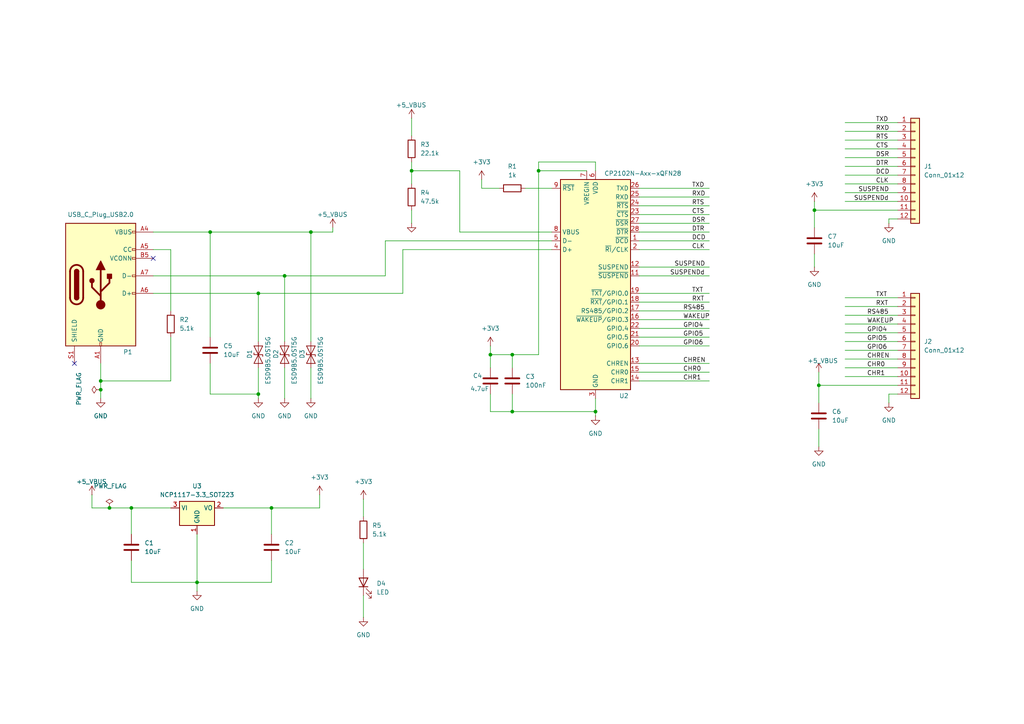
<source format=kicad_sch>
(kicad_sch (version 20231120) (generator "eeschema") (generator_version "8.0")
  (paper "A4")
  (title_block (title "USB-UART-CONN") (date "2024-09-18") (company "WINTERS"))
  (lib_symbols
    (symbol "Connector:USB_C_Plug_USB2.0" (pin_names (offset 1.016))
      (property "Reference" "P" (at -10.16 19.05 0))
      (property "Value" "USB_C_Plug_USB2.0" (at 12.7 19.05 0))
      (symbol "USB_C_Plug_USB2.0_0_0"
        (rectangle (start -0.254 -17.78) (end 0.254 -16.764))
        (rectangle (start 10.16 -2.286) (end 9.144 -2.794))
        (rectangle (start 10.16 2.794) (end 9.144 2.286))
        (rectangle (start 10.16 7.874) (end 9.144 7.366))
        (rectangle (start 10.16 10.414) (end 9.144 9.906))
        (rectangle (start 10.16 15.494) (end 9.144 14.986))
      )
      (symbol "USB_C_Plug_USB2.0_0_1"
        (rectangle (start -10.16 17.78) (end 10.16 -17.78) (stroke (width 0.254)) (fill (type background)))
        (arc (start -8.89 -3.81) (mid -6.985 -5.7067) (end -5.08 -3.81) (stroke (width 0.508)))
        (arc (start -7.62 -3.81) (mid -6.985 -4.4423) (end -6.35 -3.81) (stroke (width 0.254)))
        (arc (start -7.62 -3.81) (mid -6.985 -4.4423) (end -6.35 -3.81) (stroke (width 0.254)) (fill (type outline)))
        (rectangle (start -7.62 -3.81) (end -6.35 3.81) (stroke (width 0.254)) (fill (type outline)))
        (arc (start -6.35 3.81) (mid -6.985 4.4423) (end -7.62 3.81) (stroke (width 0.254)))
        (arc (start -6.35 3.81) (mid -6.985 4.4423) (end -7.62 3.81) (stroke (width 0.254)) (fill (type outline)))
        (arc (start -5.08 3.81) (mid -6.985 5.7067) (end -8.89 3.81) (stroke (width 0.508)))
        (circle (center -2.54 1.143) (radius 0.635) (stroke (width 0.254)) (fill (type outline)))
        (circle (center 0 -5.842) (radius 1.27) (fill (type outline)))
        (polyline (pts (xy -8.89 -3.81) (xy -8.89 3.81)) (stroke (width 0.508)))
        (polyline (pts (xy -5.08 3.81) (xy -5.08 -3.81)) (stroke (width 0.508)))
        (polyline (pts (xy 0 -5.842) (xy 0 4.318)) (stroke (width 0.508)))
        (polyline (pts (xy 0 -3.302) (xy -2.54 -0.762) (xy -2.54 0.508)) (stroke (width 0.508)))
        (polyline (pts (xy 0 -2.032) (xy 2.54 0.508) (xy 2.54 1.778)) (stroke (width 0.508)))
        (polyline (pts (xy -1.27 4.318) (xy 0 6.858) (xy 1.27 4.318) (xy -1.27 4.318)) (stroke (width 0.254)) (fill (type outline)))
        (rectangle (start 1.905 1.778) (end 3.175 3.048) (stroke (width 0.254)) (fill (type outline)))
      )
      (symbol "USB_C_Plug_USB2.0_1_1"
        (pin passive line (at 0 -22.86 90) (length 5.08) (name "GND") (number "A1"))
        (pin passive line (at 0 -22.86 90) (length 5.08) hide (name "GND") (number "A12"))
        (pin passive line (at 15.24 15.24 180) (length 5.08) (name "VBUS") (number "A4"))
        (pin bidirectional line (at 15.24 10.16 180) (length 5.08) (name "CC") (number "A5"))
        (pin bidirectional line (at 15.24 -2.54 180) (length 5.08) (name "D+") (number "A6"))
        (pin bidirectional line (at 15.24 2.54 180) (length 5.08) (name "D-") (number "A7"))
        (pin passive line (at 15.24 15.24 180) (length 5.08) hide (name "VBUS") (number "A9"))
        (pin passive line (at 0 -22.86 90) (length 5.08) hide (name "GND") (number "B1"))
        (pin passive line (at 0 -22.86 90) (length 5.08) hide (name "GND") (number "B12"))
        (pin passive line (at 15.24 15.24 180) (length 5.08) hide (name "VBUS") (number "B4"))
        (pin bidirectional line (at 15.24 7.62 180) (length 5.08) (name "VCONN") (number "B5"))
        (pin passive line (at 15.24 15.24 180) (length 5.08) hide (name "VBUS") (number "B9"))
        (pin passive line (at -7.62 -22.86 90) (length 5.08) (name "SHIELD") (number "S1"))
      )
    )
    (symbol "Connector_Generic:Conn_01x12" (pin_names (offset 1.016) hide)
      (property "Reference" "J" (at 0 15.24 0))
      (property "Value" "Conn_01x12" (at 0 -17.78 0))
      (symbol "Conn_01x12_1_1"
        (rectangle (start -1.27 -15.113) (end 0 -15.367) (stroke (width 0.1524)))
        (rectangle (start -1.27 -12.573) (end 0 -12.827) (stroke (width 0.1524)))
        (rectangle (start -1.27 -10.033) (end 0 -10.287) (stroke (width 0.1524)))
        (rectangle (start -1.27 -7.493) (end 0 -7.747) (stroke (width 0.1524)))
        (rectangle (start -1.27 -4.953) (end 0 -5.207) (stroke (width 0.1524)))
        (rectangle (start -1.27 -2.413) (end 0 -2.667) (stroke (width 0.1524)))
        (rectangle (start -1.27 0.127) (end 0 -0.127) (stroke (width 0.1524)))
        (rectangle (start -1.27 2.667) (end 0 2.413) (stroke (width 0.1524)))
        (rectangle (start -1.27 5.207) (end 0 4.953) (stroke (width 0.1524)))
        (rectangle (start -1.27 7.747) (end 0 7.493) (stroke (width 0.1524)))
        (rectangle (start -1.27 10.287) (end 0 10.033) (stroke (width 0.1524)))
        (rectangle (start -1.27 12.827) (end 0 12.573) (stroke (width 0.1524)))
        (rectangle (start -1.27 13.97) (end 1.27 -16.51) (stroke (width 0.254)) (fill (type background)))
        (pin passive line (at -5.08 12.7 0) (length 3.81) (name "Pin_1") (number "1"))
        (pin passive line (at -5.08 -10.16 0) (length 3.81) (name "Pin_10") (number "10"))
        (pin passive line (at -5.08 -12.7 0) (length 3.81) (name "Pin_11") (number "11"))
        (pin passive line (at -5.08 -15.24 0) (length 3.81) (name "Pin_12") (number "12"))
        (pin passive line (at -5.08 10.16 0) (length 3.81) (name "Pin_2") (number "2"))
        (pin passive line (at -5.08 7.62 0) (length 3.81) (name "Pin_3") (number "3"))
        (pin passive line (at -5.08 5.08 0) (length 3.81) (name "Pin_4") (number "4"))
        (pin passive line (at -5.08 2.54 0) (length 3.81) (name "Pin_5") (number "5"))
        (pin passive line (at -5.08 0 0) (length 3.81) (name "Pin_6") (number "6"))
        (pin passive line (at -5.08 -2.54 0) (length 3.81) (name "Pin_7") (number "7"))
        (pin passive line (at -5.08 -5.08 0) (length 3.81) (name "Pin_8") (number "8"))
        (pin passive line (at -5.08 -7.62 0) (length 3.81) (name "Pin_9") (number "9"))
      )
    )
    (symbol "Device:C" (pin_numbers hide) (pin_names (offset 0.254))
      (property "Reference" "C" (at 0.635 2.54 0))
      (property "Value" "C" (at 0.635 -2.54 0))
      (symbol "C_0_1"
        (polyline (pts (xy -2.032 -0.762) (xy 2.032 -0.762)) (stroke (width 0.508)))
        (polyline (pts (xy -2.032 0.762) (xy 2.032 0.762)) (stroke (width 0.508)))
      )
      (symbol "C_1_1"
        (pin passive line (at 0 3.81 270) (length 2.794) (name "~") (number "1"))
        (pin passive line (at 0 -3.81 90) (length 2.794) (name "~") (number "2"))
      )
    )
    (symbol "Device:LED" (pin_numbers hide) (pin_names (offset 1.016) hide)
      (property "Reference" "D" (at 0 2.54 0))
      (property "Value" "LED" (at 0 -2.54 0))
      (symbol "LED_0_1"
        (polyline (pts (xy -1.27 -1.27) (xy -1.27 1.27)) (stroke (width 0.254)))
        (polyline (pts (xy -1.27 0) (xy 1.27 0)))
        (polyline (pts (xy 1.27 -1.27) (xy 1.27 1.27) (xy -1.27 0) (xy 1.27 -1.27)) (stroke (width 0.254)))
        (polyline (pts (xy -3.048 -0.762) (xy -4.572 -2.286) (xy -3.81 -2.286) (xy -4.572 -2.286) (xy -4.572 -1.524)))
        (polyline (pts (xy -1.778 -0.762) (xy -3.302 -2.286) (xy -2.54 -2.286) (xy -3.302 -2.286) (xy -3.302 -1.524)))
      )
      (symbol "LED_1_1"
        (pin passive line (at -3.81 0 0) (length 2.54) (name "K") (number "1"))
        (pin passive line (at 3.81 0 180) (length 2.54) (name "A") (number "2"))
      )
    )
    (symbol "Device:R" (pin_numbers hide) (pin_names (offset 0))
      (property "Reference" "R" (at 2.032 0 90))
      (property "Value" "R" (at 0 0 90))
      (symbol "R_0_1"
        (rectangle (start -1.016 -2.54) (end 1.016 2.54) (stroke (width 0.254)))
      )
      (symbol "R_1_1"
        (pin passive line (at 0 3.81 270) (length 1.27) (name "~") (number "1"))
        (pin passive line (at 0 -3.81 90) (length 1.27) (name "~") (number "2"))
      )
    )
    (symbol "Diode:ESD9B5.0ST5G" (pin_numbers hide) (pin_names (offset 1.016) hide)
      (property "Reference" "D" (at 0 2.54 0))
      (property "Value" "ESD9B5.0ST5G" (at 0 -2.54 0))
      (symbol "ESD9B5.0ST5G_0_1"
        (polyline (pts (xy 1.27 0) (xy -1.27 0)))
        (polyline (pts (xy -2.54 -1.27) (xy 0 0) (xy -2.54 1.27) (xy -2.54 -1.27)) (stroke (width 0.2032)))
        (polyline (pts (xy 0.508 1.27) (xy 0 1.27) (xy 0 -1.27) (xy -0.508 -1.27)) (stroke (width 0.2032)))
        (polyline (pts (xy 2.54 1.27) (xy 2.54 -1.27) (xy 0 0) (xy 2.54 1.27)) (stroke (width 0.2032)))
      )
      (symbol "ESD9B5.0ST5G_1_1"
        (pin passive line (at -3.81 0 0) (length 2.54) (name "A1") (number "1"))
        (pin passive line (at 3.81 0 180) (length 2.54) (name "A2") (number "2"))
      )
    )
    (symbol "Interface_USB:CP2102N-Axx-xQFN28"
      (property "Reference" "U" (at -8.89 31.75 0))
      (property "Value" "CP2102N-Axx-xQFN28" (at 12.7 31.75 0))
      (symbol "CP2102N-Axx-xQFN28_0_1"
        (rectangle (start -10.16 30.48) (end 10.16 -30.48) (stroke (width 0.254)) (fill (type background)))
      )
      (symbol "CP2102N-Axx-xQFN28_1_1"
        (pin input line (at 12.7 12.7 180) (length 2.54) (name "~{DCD}") (number "1"))
        (pin no_connect line (at -10.16 -27.94 0) (length 2.54) hide (name "NC") (number "10"))
        (pin output line (at 12.7 2.54 180) (length 2.54) (name "~{SUSPEND}") (number "11"))
        (pin output line (at 12.7 5.08 180) (length 2.54) (name "SUSPEND") (number "12"))
        (pin output line (at 12.7 -22.86 180) (length 2.54) (name "CHREN") (number "13"))
        (pin output line (at 12.7 -27.94 180) (length 2.54) (name "CHR1") (number "14"))
        (pin output line (at 12.7 -25.4 180) (length 2.54) (name "CHR0") (number "15"))
        (pin bidirectional line (at 12.7 -10.16 180) (length 2.54) (name "~{WAKEUP}/GPIO.3") (number "16"))
        (pin bidirectional line (at 12.7 -7.62 180) (length 2.54) (name "RS485/GPIO.2") (number "17"))
        (pin bidirectional line (at 12.7 -5.08 180) (length 2.54) (name "~{RXT}/GPIO.1") (number "18"))
        (pin bidirectional line (at 12.7 -2.54 180) (length 2.54) (name "~{TXT}/GPIO.0") (number "19"))
        (pin bidirectional line (at 12.7 10.16 180) (length 2.54) (name "~{RI}/CLK") (number "2"))
        (pin bidirectional line (at 12.7 -17.78 180) (length 2.54) (name "GPIO.6") (number "20"))
        (pin bidirectional line (at 12.7 -15.24 180) (length 2.54) (name "GPIO.5") (number "21"))
        (pin bidirectional line (at 12.7 -12.7 180) (length 2.54) (name "GPIO.4") (number "22"))
        (pin input line (at 12.7 20.32 180) (length 2.54) (name "~{CTS}") (number "23"))
        (pin output line (at 12.7 22.86 180) (length 2.54) (name "~{RTS}") (number "24"))
        (pin input line (at 12.7 25.4 180) (length 2.54) (name "RXD") (number "25"))
        (pin output line (at 12.7 27.94 180) (length 2.54) (name "TXD") (number "26"))
        (pin input line (at 12.7 17.78 180) (length 2.54) (name "~{DSR}") (number "27"))
        (pin output line (at 12.7 15.24 180) (length 2.54) (name "~{DTR}") (number "28"))
        (pin passive line (at 0 -33.02 90) (length 2.54) hide (name "GND") (number "29"))
        (pin power_in line (at 0 -33.02 90) (length 2.54) (name "GND") (number "3"))
        (pin bidirectional line (at -12.7 10.16 0) (length 2.54) (name "D+") (number "4"))
        (pin bidirectional line (at -12.7 12.7 0) (length 2.54) (name "D-") (number "5"))
        (pin power_in line (at 0 33.02 270) (length 2.54) (name "VDD") (number "6"))
        (pin power_in line (at -2.54 33.02 270) (length 2.54) (name "VREGIN") (number "7"))
        (pin input line (at -12.7 15.24 0) (length 2.54) (name "VBUS") (number "8"))
        (pin input line (at -12.7 27.94 0) (length 2.54) (name "~{RST}") (number "9"))
      )
    )
    (symbol "Regulator_Linear:NCP1117-3.3_SOT223"
      (property "Reference" "U" (at -3.81 3.175 0))
      (property "Value" "NCP1117-3.3_SOT223" (at 0 3.175 0))
      (symbol "NCP1117-3.3_SOT223_0_1"
        (rectangle (start -5.08 -5.08) (end 5.08 1.905) (stroke (width 0.254)) (fill (type background)))
      )
      (symbol "NCP1117-3.3_SOT223_1_1"
        (pin power_in line (at 0 -7.62 90) (length 2.54) (name "GND") (number "1"))
        (pin power_out line (at 7.62 0 180) (length 2.54) (name "VO") (number "2"))
        (pin power_in line (at -7.62 0 0) (length 2.54) (name "VI") (number "3"))
      )
    )
    (symbol "power:+3V3" (power) (pin_numbers hide) (pin_names (offset 0) hide)
      (property "Value" "+3V3" (at 0 3.556 0))
      (symbol "+3V3_0_1"
        (polyline (pts (xy -0.762 1.27) (xy 0 2.54)))
        (polyline (pts (xy 0 0) (xy 0 2.54)))
        (polyline (pts (xy 0 2.54) (xy 0.762 1.27)))
      )
      (symbol "+3V3_1_1"
        (pin power_in line (at 0 0 90) (length 0) (name "~") (number "1"))
      )
    )
    (symbol "power:+5V" (power) (pin_numbers hide) (pin_names (offset 0) hide)
      (property "Value" "+5V" (at 0 3.556 0))
      (symbol "+5V_0_1"
        (polyline (pts (xy -0.762 1.27) (xy 0 2.54)))
        (polyline (pts (xy 0 0) (xy 0 2.54)))
        (polyline (pts (xy 0 2.54) (xy 0.762 1.27)))
      )
      (symbol "+5V_1_1"
        (pin power_in line (at 0 0 90) (length 0) (name "~") (number "1"))
      )
    )
    (symbol "power:GND" (power) (pin_numbers hide) (pin_names (offset 0) hide)
      (property "Value" "GND" (at 0 -3.81 0))
      (symbol "GND_0_1"
        (polyline (pts (xy 0 0) (xy 0 -1.27) (xy 1.27 -1.27) (xy 0 -2.54) (xy -1.27 -1.27) (xy 0 -1.27)))
      )
      (symbol "GND_1_1"
        (pin power_in line (at 0 0 270) (length 0) (name "~") (number "1"))
      )
    )
    (symbol "power:PWR_FLAG" (power) (pin_numbers hide) (pin_names (offset 0) hide)
      (property "Value" "PWR_FLAG" (at 0 3.81 0))
      (symbol "PWR_FLAG_0_0"
        (pin power_out line (at 0 0 90) (length 0) (name "~") (number "1"))
      )
      (symbol "PWR_FLAG_0_1"
        (polyline (pts (xy 0 0) (xy 0 1.27) (xy -1.016 1.905) (xy 0 2.54) (xy 1.016 1.905) (xy 0 1.27)))
      )
    )
  )
  (junction (at 74.93 114.3))
  (junction (at 148.59 102.87))
  (junction (at 90.17 67.31))
  (junction (at 29.21 113.03))
  (junction (at 57.15 168.91))
  (junction (at 236.22 60.96))
  (junction (at 156.21 49.53))
  (junction (at 172.72 119.38))
  (junction (at 60.96 67.31))
  (junction (at 119.38 49.53))
  (junction (at 74.93 85.09))
  (junction (at 142.24 102.87))
  (junction (at 82.55 80.01))
  (junction (at 78.74 147.32))
  (junction (at 29.21 110.49))
  (junction (at 148.59 119.38))
  (junction (at 31.75 147.32))
  (junction (at 38.1 147.32))
  (junction (at 237.49 111.76))
  (no_connect (at 44.45 74.93))
  (no_connect (at 21.59 105.41))
  (wire (pts (xy 245.11 55.88) (xy 260.35 55.88)))
  (wire (pts (xy 245.11 40.64) (xy 260.35 40.64)))
  (wire (pts (xy 245.11 86.36) (xy 260.35 86.36)))
  (wire (pts (xy 44.45 72.39) (xy 49.53 72.39)))
  (wire (pts (xy 245.11 53.34) (xy 260.35 53.34)))
  (wire (pts (xy 111.76 69.85) (xy 160.02 69.85)))
  (wire (pts (xy 78.74 147.32) (xy 78.74 154.94)))
  (wire (pts (xy 245.11 58.42) (xy 260.35 58.42)))
  (wire (pts (xy 105.41 172.72) (xy 105.41 179.07)))
  (wire (pts (xy 160.02 67.31) (xy 133.35 67.31)))
  (wire (pts (xy 245.11 35.56) (xy 260.35 35.56)))
  (wire (pts (xy 111.76 80.01) (xy 111.76 69.85)))
  (wire (pts (xy 185.42 107.95) (xy 205.74 107.95)))
  (wire (pts (xy 245.11 106.68) (xy 260.35 106.68)))
  (wire (pts (xy 119.38 34.29) (xy 119.38 39.37)))
  (wire (pts (xy 82.55 80.01) (xy 111.76 80.01)))
  (wire (pts (xy 185.42 80.01) (xy 205.74 80.01)))
  (wire (pts (xy 133.35 49.53) (xy 119.38 49.53)))
  (wire (pts (xy 260.35 60.96) (xy 236.22 60.96)))
  (wire (pts (xy 49.53 72.39) (xy 49.53 90.17)))
  (wire (pts (xy 38.1 168.91) (xy 57.15 168.91)))
  (wire (pts (xy 260.35 63.5) (xy 257.81 63.5)))
  (wire (pts (xy 105.41 144.78) (xy 105.41 149.86)))
  (wire (pts (xy 156.21 49.53) (xy 156.21 102.87)))
  (wire (pts (xy 257.81 114.3) (xy 257.81 116.84)))
  (wire (pts (xy 236.22 58.42) (xy 236.22 60.96)))
  (wire (pts (xy 245.11 91.44) (xy 260.35 91.44)))
  (wire (pts (xy 185.42 85.09) (xy 205.74 85.09)))
  (wire (pts (xy 139.7 52.07) (xy 139.7 54.61)))
  (wire (pts (xy 82.55 106.68) (xy 82.55 115.57)))
  (wire (pts (xy 29.21 105.41) (xy 29.21 110.49)))
  (wire (pts (xy 64.77 147.32) (xy 78.74 147.32)))
  (wire (pts (xy 245.11 101.6) (xy 260.35 101.6)))
  (wire (pts (xy 105.41 157.48) (xy 105.41 165.1)))
  (wire (pts (xy 116.84 85.09) (xy 116.84 72.39)))
  (wire (pts (xy 74.93 114.3) (xy 74.93 115.57)))
  (wire (pts (xy 237.49 111.76) (xy 237.49 116.84)))
  (wire (pts (xy 82.55 80.01) (xy 82.55 99.06)))
  (wire (pts (xy 185.42 62.23) (xy 205.74 62.23)))
  (wire (pts (xy 245.11 109.22) (xy 260.35 109.22)))
  (wire (pts (xy 185.42 57.15) (xy 205.74 57.15)))
  (wire (pts (xy 142.24 100.33) (xy 142.24 102.87)))
  (wire (pts (xy 236.22 73.66) (xy 236.22 77.47)))
  (wire (pts (xy 139.7 54.61) (xy 144.78 54.61)))
  (wire (pts (xy 60.96 67.31) (xy 60.96 97.79)))
  (wire (pts (xy 142.24 119.38) (xy 148.59 119.38)))
  (wire (pts (xy 172.72 46.99) (xy 156.21 46.99)))
  (wire (pts (xy 44.45 67.31) (xy 60.96 67.31)))
  (wire (pts (xy 148.59 102.87) (xy 148.59 106.68)))
  (wire (pts (xy 185.42 54.61) (xy 205.74 54.61)))
  (wire (pts (xy 185.42 110.49) (xy 205.74 110.49)))
  (wire (pts (xy 29.21 110.49) (xy 29.21 113.03)))
  (wire (pts (xy 57.15 154.94) (xy 57.15 168.91)))
  (wire (pts (xy 257.81 63.5) (xy 257.81 64.77)))
  (wire (pts (xy 29.21 113.03) (xy 29.21 115.57)))
  (wire (pts (xy 142.24 102.87) (xy 142.24 106.68)))
  (wire (pts (xy 60.96 67.31) (xy 90.17 67.31)))
  (wire (pts (xy 245.11 96.52) (xy 260.35 96.52)))
  (wire (pts (xy 49.53 147.32) (xy 38.1 147.32)))
  (wire (pts (xy 172.72 119.38) (xy 172.72 120.65)))
  (wire (pts (xy 185.42 105.41) (xy 205.74 105.41)))
  (wire (pts (xy 156.21 49.53) (xy 170.18 49.53)))
  (wire (pts (xy 185.42 59.69) (xy 205.74 59.69)))
  (wire (pts (xy 237.49 107.95) (xy 237.49 111.76)))
  (wire (pts (xy 57.15 168.91) (xy 57.15 171.45)))
  (wire (pts (xy 185.42 77.47) (xy 205.74 77.47)))
  (wire (pts (xy 185.42 92.71) (xy 205.74 92.71)))
  (wire (pts (xy 236.22 60.96) (xy 236.22 66.04)))
  (wire (pts (xy 96.52 66.04) (xy 96.52 67.31)))
  (wire (pts (xy 78.74 147.32) (xy 92.71 147.32)))
  (wire (pts (xy 245.11 38.1) (xy 260.35 38.1)))
  (wire (pts (xy 90.17 67.31) (xy 96.52 67.31)))
  (wire (pts (xy 245.11 99.06) (xy 260.35 99.06)))
  (wire (pts (xy 74.93 85.09) (xy 74.93 99.06)))
  (wire (pts (xy 74.93 106.68) (xy 74.93 114.3)))
  (wire (pts (xy 38.1 162.56) (xy 38.1 168.91)))
  (wire (pts (xy 44.45 85.09) (xy 74.93 85.09)))
  (wire (pts (xy 31.75 147.32) (xy 38.1 147.32)))
  (wire (pts (xy 185.42 69.85) (xy 205.74 69.85)))
  (wire (pts (xy 185.42 72.39) (xy 205.74 72.39)))
  (wire (pts (xy 78.74 162.56) (xy 78.74 168.91)))
  (wire (pts (xy 260.35 114.3) (xy 257.81 114.3)))
  (wire (pts (xy 142.24 102.87) (xy 148.59 102.87)))
  (wire (pts (xy 185.42 64.77) (xy 205.74 64.77)))
  (wire (pts (xy 142.24 114.3) (xy 142.24 119.38)))
  (wire (pts (xy 92.71 143.51) (xy 92.71 147.32)))
  (wire (pts (xy 245.11 43.18) (xy 260.35 43.18)))
  (wire (pts (xy 26.67 147.32) (xy 26.67 143.51)))
  (wire (pts (xy 148.59 114.3) (xy 148.59 119.38)))
  (wire (pts (xy 90.17 67.31) (xy 90.17 99.06)))
  (wire (pts (xy 185.42 97.79) (xy 205.74 97.79)))
  (wire (pts (xy 119.38 46.99) (xy 119.38 49.53)))
  (wire (pts (xy 78.74 168.91) (xy 57.15 168.91)))
  (wire (pts (xy 245.11 50.8) (xy 260.35 50.8)))
  (wire (pts (xy 245.11 88.9) (xy 260.35 88.9)))
  (wire (pts (xy 172.72 115.57) (xy 172.72 119.38)))
  (wire (pts (xy 260.35 111.76) (xy 237.49 111.76)))
  (wire (pts (xy 185.42 100.33) (xy 205.74 100.33)))
  (wire (pts (xy 148.59 102.87) (xy 156.21 102.87)))
  (wire (pts (xy 49.53 110.49) (xy 29.21 110.49)))
  (wire (pts (xy 148.59 119.38) (xy 172.72 119.38)))
  (wire (pts (xy 26.67 147.32) (xy 31.75 147.32)))
  (wire (pts (xy 90.17 106.68) (xy 90.17 115.57)))
  (wire (pts (xy 60.96 114.3) (xy 74.93 114.3)))
  (wire (pts (xy 119.38 60.96) (xy 119.38 64.77)))
  (wire (pts (xy 185.42 95.25) (xy 205.74 95.25)))
  (wire (pts (xy 74.93 85.09) (xy 116.84 85.09)))
  (wire (pts (xy 119.38 49.53) (xy 119.38 53.34)))
  (wire (pts (xy 133.35 67.31) (xy 133.35 49.53)))
  (wire (pts (xy 245.11 45.72) (xy 260.35 45.72)))
  (wire (pts (xy 156.21 46.99) (xy 156.21 49.53)))
  (wire (pts (xy 245.11 104.14) (xy 260.35 104.14)))
  (wire (pts (xy 185.42 67.31) (xy 205.74 67.31)))
  (wire (pts (xy 49.53 97.79) (xy 49.53 110.49)))
  (wire (pts (xy 44.45 80.01) (xy 82.55 80.01)))
  (wire (pts (xy 245.11 48.26) (xy 260.35 48.26)))
  (wire (pts (xy 185.42 90.17) (xy 205.74 90.17)))
  (wire (pts (xy 172.72 49.53) (xy 172.72 46.99)))
  (wire (pts (xy 245.11 93.98) (xy 260.35 93.98)))
  (wire (pts (xy 237.49 124.46) (xy 237.49 129.54)))
  (wire (pts (xy 152.4 54.61) (xy 160.02 54.61)))
  (wire (pts (xy 116.84 72.39) (xy 160.02 72.39)))
  (wire (pts (xy 60.96 105.41) (xy 60.96 114.3)))
  (wire (pts (xy 185.42 87.63) (xy 205.74 87.63)))
  (wire (pts (xy 38.1 147.32) (xy 38.1 154.94)))
  (label "RXD" (at 200.66 57.15 0))
  (label "CHR0" (at 251.46 106.68 0))
  (label "SUSPENDd" (at 247.65 58.42 0))
  (label "CHREN" (at 251.46 104.14 0))
  (label "TXT" (at 254 86.36 0))
  (label "CLK" (at 200.66 72.39 0))
  (label "GPIO4" (at 198.12 95.25 0))
  (label "CHR1" (at 198.12 110.49 0))
  (label "RXT" (at 200.66 87.63 0))
  (label "WAKEUP" (at 251.46 93.98 0))
  (label "CHR1" (at 251.46 109.22 0))
  (label "TXD" (at 254 35.56 0))
  (label "SUSPEND" (at 248.92 55.88 0))
  (label "RS485" (at 198.12 90.17 0))
  (label "CLK" (at 254 53.34 0))
  (label "SUSPEND" (at 195.58 77.47 0))
  (label "DTR" (at 254 48.26 0))
  (label "SUSPENDd" (at 194.31 80.01 0))
  (label "RTS" (at 254 40.64 0))
  (label "DTR" (at 200.66 67.31 0))
  (label "DCD" (at 254 50.8 0))
  (label "RTS" (at 200.66 59.69 0))
  (label "RS485" (at 251.46 91.44 0))
  (label "DSR" (at 200.66 64.77 0))
  (label "GPIO6" (at 251.46 101.6 0))
  (label "RXT" (at 254 88.9 0))
  (label "CHREN" (at 198.12 105.41 0))
  (label "CTS" (at 254 43.18 0))
  (label "TXT" (at 200.66 85.09 0))
  (label "DCD" (at 200.66 69.85 0))
  (label "GPIO4" (at 251.46 96.52 0))
  (label "DSR" (at 254 45.72 0))
  (label "TXD" (at 200.66 54.61 0))
  (label "CHR0" (at 198.12 107.95 0))
  (label "GPIO5" (at 251.46 99.06 0))
  (label "GPIO6" (at 198.12 100.33 0))
  (label "RXD" (at 254 38.1 0))
  (label "WAKEUP" (at 198.12 92.71 0))
  (label "CTS" (at 200.66 62.23 0))
  (label "GPIO5" (at 198.12 97.79 0))
  (symbol (lib_id "Connector_Generic:Conn_01x12") (at 265.43 99.06 0) (unit 1)
    (property "Reference" "J2" (at 267.97 99.0599 0) (effects (justify left)))
    (property "Value" "Conn_01x12" (at 267.97 101.5999 0) (effects (justify left)))
    (property "Footprint" "Connector_PinHeader_1.00mm:PinHeader_1x12_P1.00mm_Vertical" (effects (hide yes)))
    (property "Description" "Generic connector, single row, 01x12, script generated (kicad-library-utils/schlib/autogen/connector/)" (effects (hide yes)))
  )
  (symbol (lib_id "power:+5V") (at 26.67 143.51 0) (unit 1)
    (property "Reference" "#PWR04" (effects (hide yes)))
    (property "Value" "+5_VBUS" (at 22.098 139.7 0) (effects (justify left)))
    (property "Description" "Power symbol creates a global label with name \"+5V\"" (effects (hide yes)))
  )
  (symbol (lib_id "power:+3V3") (at 236.22 58.42 0) (unit 1)
    (property "Reference" "#PWR019" (effects (hide yes)))
    (property "Value" "+3V3" (at 236.22 53.34 0))
    (property "Description" "Power symbol creates a global label with name \"+3V3\"" (effects (hide yes)))
  )
  (symbol (lib_id "power:GND") (at 90.17 115.57 0) (unit 1)
    (property "Reference" "#PWR011" (effects (hide yes)))
    (property "Value" "GND" (at 90.17 120.65 0))
    (property "Description" "Power symbol creates a global label with name \"GND\" , ground" (effects (hide yes)))
  )
  (symbol (lib_id "Device:R") (at 105.41 153.67 180) (unit 1)
    (property "Reference" "R5" (at 107.95 152.3999 0) (effects (justify right)))
    (property "Value" "5.1k" (at 107.95 154.9399 0) (effects (justify right)))
    (property "Footprint" "Resistor_SMD:R_0603_1608Metric" (effects (hide yes)))
    (property "Description" "Resistor" (effects (hide yes)))
  )
  (symbol (lib_id "Connector_Generic:Conn_01x12") (at 265.43 48.26 0) (unit 1)
    (property "Reference" "J1" (at 267.97 48.2599 0) (effects (justify left)))
    (property "Value" "Conn_01x12" (at 267.97 50.7999 0) (effects (justify left)))
    (property "Footprint" "Connector_PinHeader_1.00mm:PinHeader_1x12_P1.00mm_Vertical" (effects (hide yes)))
    (property "Description" "Generic connector, single row, 01x12, script generated (kicad-library-utils/schlib/autogen/connector/)" (effects (hide yes)))
  )
  (symbol (lib_id "power:+5V") (at 96.52 66.04 0) (unit 1)
    (property "Reference" "#PWR021" (effects (hide yes)))
    (property "Value" "+5_VBUS" (at 91.948 62.23 0) (effects (justify left)))
    (property "Description" "Power symbol creates a global label with name \"+5V\"" (effects (hide yes)))
  )
  (symbol (lib_id "power:GND") (at 119.38 64.77 0) (unit 1)
    (property "Reference" "#PWR012" (effects (hide yes)))
    (property "Value" "GND" (effects (hide yes)))
    (property "Description" "Power symbol creates a global label with name \"GND\" , ground" (effects (hide yes)))
  )
  (symbol (lib_id "Interface_USB:CP2102N-Axx-xQFN28") (at 172.72 82.55 0) (unit 1)
    (property "Reference" "U2" (at 179.578 114.808 0) (effects (justify left)))
    (property "Value" "CP2102N-Axx-xQFN28" (at 175.26 50.292 0) (effects (justify left)))
    (property "Footprint" "Package_DFN_QFN:QFN-28-1EP_5x5mm_P0.5mm_EP3.35x3.35mm" (effects (hide yes)))
    (property "Datasheet" "https://www.silabs.com/documents/public/data-sheets/cp2102n-datasheet.pdf" (effects (hide yes)))
    (property "Description" "USB to UART master bridge, QFN-28" (effects (hide yes)))
  )
  (symbol (lib_id "Connector:USB_C_Plug_USB2.0") (at 29.21 82.55 0) (unit 1)
    (property "Reference" "P1" (at 37.084 102.108 0))
    (property "Value" "USB_C_Plug_USB2.0" (at 29.21 62.23 0))
    (property "Datasheet" "https://www.usb.org/sites/default/files/documents/usb_type-c.zip" (effects (hide yes)))
    (property "Description" "USB 2.0-only Type-C Plug connector" (effects (hide yes)))
  )
  (symbol (lib_id "Device:R") (at 148.59 54.61 90) (unit 1)
    (property "Reference" "R1" (at 148.59 48.26 90))
    (property "Value" "1k" (at 148.59 50.8 90))
    (property "Footprint" "Resistor_SMD:R_0603_1608Metric" (effects (hide yes)))
    (property "Description" "Resistor" (effects (hide yes)))
  )
  (symbol (lib_id "power:GND") (at 105.41 179.07 0) (unit 1)
    (property "Reference" "#PWR015" (effects (hide yes)))
    (property "Value" "GND" (at 105.41 184.15 0))
    (property "Description" "Power symbol creates a global label with name \"GND\" , ground" (effects (hide yes)))
  )
  (symbol (lib_id "Device:R") (at 49.53 93.98 180) (unit 1)
    (property "Reference" "R2" (at 52.07 92.7099 0) (effects (justify right)))
    (property "Value" "5.1k" (at 52.07 95.2499 0) (effects (justify right)))
    (property "Footprint" "Resistor_SMD:R_0603_1608Metric" (effects (hide yes)))
    (property "Description" "Resistor" (effects (hide yes)))
  )
  (symbol (lib_id "power:+3V3") (at 105.41 144.78 0) (unit 1)
    (property "Reference" "#PWR014" (effects (hide yes)))
    (property "Value" "+3V3" (at 105.41 139.7 0))
    (property "Description" "Power symbol creates a global label with name \"+3V3\"" (effects (hide yes)))
  )
  (symbol (lib_id "Device:C") (at 60.96 101.6 0) (unit 1)
    (property "Reference" "C5" (at 64.77 100.3299 0) (effects (justify left)))
    (property "Value" "10uF" (at 64.77 102.8699 0) (effects (justify left)))
    (property "Footprint" "Capacitor_SMD:C_0603_1608Metric" (effects (hide yes)))
    (property "Description" "Unpolarized capacitor" (effects (hide yes)))
  )
  (symbol (lib_id "Diode:ESD9B5.0ST5G") (at 90.17 102.87 90) (unit 1)
    (property "Reference" "D3" (at 87.63 101.346 0) (effects (justify right)))
    (property "Value" "ESD9B5.0ST5G" (at 92.964 97.536 0) (effects (justify right)))
    (property "Footprint" "Diode_SMD:D_SOD-923" (effects (hide yes)))
    (property "Datasheet" "https://www.onsemi.com/pub/Collateral/ESD9B-D.PDF" (effects (hide yes)))
    (property "Description" "ESD protection diode, 5.0Vrwm, SOD-923" (effects (hide yes)))
  )
  (symbol (lib_id "power:+5V") (at 119.38 34.29 0) (unit 1)
    (property "Reference" "#PWR020" (effects (hide yes)))
    (property "Value" "+5_VBUS" (at 114.808 30.48 0) (effects (justify left)))
    (property "Description" "Power symbol creates a global label with name \"+5V\"" (effects (hide yes)))
  )
  (symbol (lib_id "power:GND") (at 257.81 64.77 0) (unit 1)
    (property "Reference" "#PWR06" (effects (hide yes)))
    (property "Value" "GND" (at 257.81 69.85 0))
    (property "Description" "Power symbol creates a global label with name \"GND\" , ground" (effects (hide yes)))
  )
  (symbol (lib_id "power:GND") (at 172.72 120.65 0) (unit 1)
    (property "Reference" "#PWR05" (effects (hide yes)))
    (property "Value" "GND" (at 172.72 125.73 0))
    (property "Description" "Power symbol creates a global label with name \"GND\" , ground" (effects (hide yes)))
  )
  (symbol (lib_id "power:GND") (at 82.55 115.57 0) (unit 1)
    (property "Reference" "#PWR010" (effects (hide yes)))
    (property "Value" "GND" (at 82.55 120.65 0))
    (property "Description" "Power symbol creates a global label with name \"GND\" , ground" (effects (hide yes)))
  )
  (symbol (lib_id "Diode:ESD9B5.0ST5G") (at 82.55 102.87 90) (unit 1)
    (property "Reference" "D2" (at 80.01 101.346 0) (effects (justify right)))
    (property "Value" "ESD9B5.0ST5G" (at 85.344 97.536 0) (effects (justify right)))
    (property "Footprint" "Diode_SMD:D_SOD-923" (effects (hide yes)))
    (property "Datasheet" "https://www.onsemi.com/pub/Collateral/ESD9B-D.PDF" (effects (hide yes)))
    (property "Description" "ESD protection diode, 5.0Vrwm, SOD-923" (effects (hide yes)))
  )
  (symbol (lib_id "Device:LED") (at 105.41 168.91 90) (unit 1)
    (property "Reference" "D4" (at 109.22 169.2274 90) (effects (justify right)))
    (property "Value" "LED" (at 109.22 171.7674 90) (effects (justify right)))
    (property "Footprint" "LED_SMD:LED_0603_1608Metric" (effects (hide yes)))
    (property "Description" "Light emitting diode" (effects (hide yes)))
  )
  (symbol (lib_id "Device:C") (at 148.59 110.49 0) (unit 1)
    (property "Reference" "C3" (at 152.4 109.2199 0) (effects (justify left)))
    (property "Value" "100nF" (at 152.4 111.7599 0) (effects (justify left)))
    (property "Footprint" "Capacitor_SMD:C_0603_1608Metric" (effects (hide yes)))
    (property "Description" "Unpolarized capacitor" (effects (hide yes)))
  )
  (symbol (lib_id "power:+5V") (at 237.49 107.95 0) (unit 1)
    (property "Reference" "#PWR018" (effects (hide yes)))
    (property "Value" "+5_VBUS" (at 234.188 104.648 0) (effects (justify left)))
    (property "Description" "Power symbol creates a global label with name \"+5V\"" (effects (hide yes)))
  )
  (symbol (lib_id "power:+5V") (at 139.7 52.07 0) (unit 1)
    (property "Reference" "#PWR02" (effects (hide yes)))
    (property "Value" "+3V3" (at 139.7 46.99 0))
    (property "Description" "Power symbol creates a global label with name \"+5V\"" (effects (hide yes)))
  )
  (symbol (lib_id "power:GND") (at 237.49 129.54 0) (unit 1)
    (property "Reference" "#PWR017" (effects (hide yes)))
    (property "Value" "GND" (at 237.49 134.62 0))
    (property "Description" "Power symbol creates a global label with name \"GND\" , ground" (effects (hide yes)))
  )
  (symbol (lib_id "Device:C") (at 78.74 158.75 0) (unit 1)
    (property "Reference" "C2" (at 82.55 157.4799 0) (effects (justify left)))
    (property "Value" "10uF" (at 82.55 160.0199 0) (effects (justify left)))
    (property "Footprint" "Capacitor_SMD:C_0201_0603Metric" (effects (hide yes)))
    (property "Description" "Unpolarized capacitor" (effects (hide yes)))
  )
  (symbol (lib_id "power:GND") (at 57.15 171.45 0) (unit 1)
    (property "Reference" "#PWR03" (effects (hide yes)))
    (property "Value" "GND" (at 57.15 176.53 0))
    (property "Description" "Power symbol creates a global label with name \"GND\" , ground" (effects (hide yes)))
  )
  (symbol (lib_id "Device:C") (at 236.22 69.85 0) (unit 1)
    (property "Reference" "C7" (at 240.03 68.5799 0) (effects (justify left)))
    (property "Value" "10uF" (at 240.03 71.1199 0) (effects (justify left)))
    (property "Footprint" "Capacitor_SMD:C_0201_0603Metric" (effects (hide yes)))
    (property "Description" "Unpolarized capacitor" (effects (hide yes)))
  )
  (symbol (lib_id "power:GND") (at 29.21 115.57 0) (unit 1)
    (property "Reference" "#PWR01" (effects (hide yes)))
    (property "Value" "GND" (at 29.21 120.65 0))
    (property "Description" "Power symbol creates a global label with name \"GND\" , ground" (effects (hide yes)))
  )
  (symbol (lib_id "Device:C") (at 237.49 120.65 0) (unit 1)
    (property "Reference" "C6" (at 241.3 119.3799 0) (effects (justify left)))
    (property "Value" "10uF" (at 241.3 121.9199 0) (effects (justify left)))
    (property "Footprint" "Capacitor_SMD:C_0201_0603Metric" (effects (hide yes)))
    (property "Description" "Unpolarized capacitor" (effects (hide yes)))
  )
  (symbol (lib_id "power:GND") (at 236.22 77.47 0) (unit 1)
    (property "Reference" "#PWR016" (effects (hide yes)))
    (property "Value" "GND" (at 236.22 82.55 0))
    (property "Description" "Power symbol creates a global label with name \"GND\" , ground" (effects (hide yes)))
  )
  (symbol (lib_id "power:GND") (at 257.81 116.84 0) (unit 1)
    (property "Reference" "#PWR08" (effects (hide yes)))
    (property "Value" "GND" (at 257.81 121.92 0))
    (property "Description" "Power symbol creates a global label with name \"GND\" , ground" (effects (hide yes)))
  )
  (symbol (lib_id "Device:C") (at 142.24 110.49 0) (unit 1)
    (property "Reference" "C4" (at 137.16 108.966 0) (effects (justify left)))
    (property "Value" "4.7uF" (at 136.398 112.776 0) (effects (justify left)))
    (property "Footprint" "Capacitor_SMD:C_0603_1608Metric" (effects (hide yes)))
    (property "Description" "Unpolarized capacitor" (effects (hide yes)))
  )
  (symbol (lib_id "Device:R") (at 119.38 57.15 180) (unit 1)
    (property "Reference" "R4" (at 121.92 55.8799 0) (effects (justify right)))
    (property "Value" "47.5k" (at 121.92 58.4199 0) (effects (justify right)))
    (property "Footprint" "Resistor_SMD:R_0603_1608Metric" (effects (hide yes)))
    (property "Description" "Resistor" (effects (hide yes)))
  )
  (symbol (lib_id "power:GND") (at 74.93 115.57 0) (unit 1)
    (property "Reference" "#PWR09" (effects (hide yes)))
    (property "Value" "GND" (at 74.93 120.65 0))
    (property "Description" "Power symbol creates a global label with name \"GND\" , ground" (effects (hide yes)))
  )
  (symbol (lib_id "power:+3V3") (at 142.24 100.33 0) (unit 1)
    (property "Reference" "#PWR013" (effects (hide yes)))
    (property "Value" "+3V3" (at 142.24 95.25 0))
    (property "Description" "Power symbol creates a global label with name \"+3V3\"" (effects (hide yes)))
  )
  (symbol (lib_id "Device:C") (at 38.1 158.75 0) (unit 1)
    (property "Reference" "C1" (at 41.91 157.4799 0) (effects (justify left)))
    (property "Value" "10uF" (at 41.91 160.0199 0) (effects (justify left)))
    (property "Footprint" "Capacitor_SMD:C_0603_1608Metric" (effects (hide yes)))
    (property "Description" "Unpolarized capacitor" (effects (hide yes)))
  )
  (symbol (lib_id "power:PWR_FLAG") (at 29.21 113.03 90) (unit 1)
    (property "Reference" "#FLG02" (effects (hide yes)))
    (property "Value" "PWR_FLAG" (at 22.86 112.776 0))
    (property "Description" "Special symbol for telling ERC where power comes from" (effects (hide yes)))
  )
  (symbol (lib_id "power:+3V3") (at 92.71 143.51 0) (unit 1)
    (property "Reference" "#PWR07" (effects (hide yes)))
    (property "Value" "+3V3" (at 92.71 138.43 0))
    (property "Description" "Power symbol creates a global label with name \"+3V3\"" (effects (hide yes)))
  )
  (symbol (lib_id "Regulator_Linear:NCP1117-3.3_SOT223") (at 57.15 147.32 0) (unit 1)
    (property "Reference" "U3" (at 57.15 140.97 0))
    (property "Value" "NCP1117-3.3_SOT223" (at 57.15 143.51 0))
    (property "Footprint" "Package_TO_SOT_SMD:SOT-223-3_TabPin2" (effects (hide yes)))
    (property "Datasheet" "http://www.onsemi.com/pub_link/Collateral/NCP1117-D.PDF" (effects (hide yes)))
    (property "Description" "1A Low drop-out regulator, Fixed Output 3.3V, SOT-223" (effects (hide yes)))
  )
  (symbol (lib_id "Diode:ESD9B5.0ST5G") (at 74.93 102.87 90) (unit 1)
    (property "Reference" "D1" (at 72.39 101.346 0) (effects (justify right)))
    (property "Value" "ESD9B5.0ST5G" (at 77.724 97.536 0) (effects (justify right)))
    (property "Footprint" "Diode_SMD:D_SOD-923" (effects (hide yes)))
    (property "Datasheet" "https://www.onsemi.com/pub/Collateral/ESD9B-D.PDF" (effects (hide yes)))
    (property "Description" "ESD protection diode, 5.0Vrwm, SOD-923" (effects (hide yes)))
  )
  (symbol (lib_id "Device:R") (at 119.38 43.18 180) (unit 1)
    (property "Reference" "R3" (at 121.92 41.9099 0) (effects (justify right)))
    (property "Value" "22.1k" (at 121.92 44.4499 0) (effects (justify right)))
    (property "Footprint" "Resistor_SMD:R_0603_1608Metric" (effects (hide yes)))
    (property "Description" "Resistor" (effects (hide yes)))
  )
  (symbol (lib_id "power:PWR_FLAG") (at 31.75 147.32 0) (unit 1)
    (property "Reference" "#FLG01" (effects (hide yes)))
    (property "Value" "PWR_FLAG" (at 32.004 140.97 0))
    (property "Description" "Special symbol for telling ERC where power comes from" (effects (hide yes)))
  )
)
</source>
